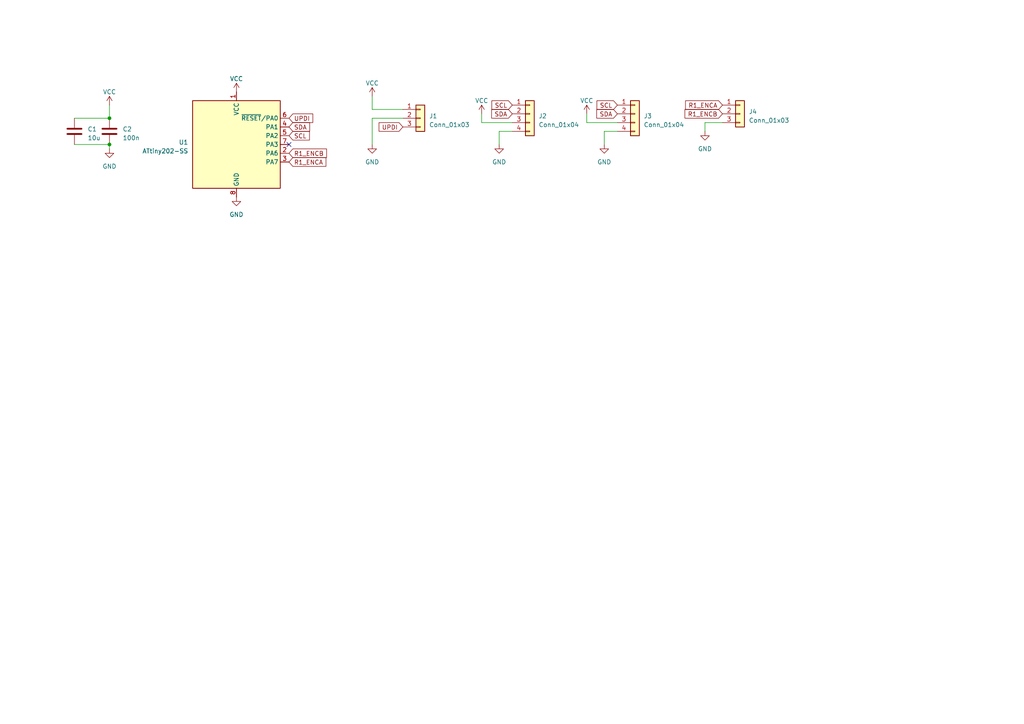
<source format=kicad_sch>
(kicad_sch (version 20230121) (generator eeschema)
  (paper "A4")
  (lib_symbols
    (symbol "Connector_Generic:Conn_01x03" (pin_names (offset 1.016) hide)
      (property "Reference" "J" (at 0 5.08 0))
      (property "Value" "Conn_01x03" (at 0 -5.08 0))
      (symbol "Conn_01x03_1_1"
        (rectangle (start -1.27 -2.413) (end 0 -2.667) (stroke (width 0.1524)))
        (rectangle (start -1.27 0.127) (end 0 -0.127) (stroke (width 0.1524)))
        (rectangle (start -1.27 2.667) (end 0 2.413) (stroke (width 0.1524)))
        (rectangle (start -1.27 3.81) (end 1.27 -3.81) (stroke (width 0.254)) (fill (type background)))
        (pin passive line (at -5.08 2.54 0) (length 3.81) (name "Pin_1") (number "1"))
        (pin passive line (at -5.08 0 0) (length 3.81) (name "Pin_2") (number "2"))
        (pin passive line (at -5.08 -2.54 0) (length 3.81) (name "Pin_3") (number "3"))
      )
    )
    (symbol "Connector_Generic:Conn_01x04" (pin_names (offset 1.016) hide)
      (property "Reference" "J" (at 0 5.08 0))
      (property "Value" "Conn_01x04" (at 0 -7.62 0))
      (symbol "Conn_01x04_1_1"
        (rectangle (start -1.27 -4.953) (end 0 -5.207) (stroke (width 0.1524)))
        (rectangle (start -1.27 -2.413) (end 0 -2.667) (stroke (width 0.1524)))
        (rectangle (start -1.27 0.127) (end 0 -0.127) (stroke (width 0.1524)))
        (rectangle (start -1.27 2.667) (end 0 2.413) (stroke (width 0.1524)))
        (rectangle (start -1.27 3.81) (end 1.27 -6.35) (stroke (width 0.254)) (fill (type background)))
        (pin passive line (at -5.08 2.54 0) (length 3.81) (name "Pin_1") (number "1"))
        (pin passive line (at -5.08 0 0) (length 3.81) (name "Pin_2") (number "2"))
        (pin passive line (at -5.08 -2.54 0) (length 3.81) (name "Pin_3") (number "3"))
        (pin passive line (at -5.08 -5.08 0) (length 3.81) (name "Pin_4") (number "4"))
      )
    )
    (symbol "Device:C" (pin_numbers hide) (pin_names (offset 0.254))
      (property "Reference" "C" (at 0.635 2.54 0))
      (property "Value" "C" (at 0.635 -2.54 0))
      (symbol "C_0_1"
        (polyline (pts (xy -2.032 -0.762) (xy 2.032 -0.762)) (stroke (width 0.508)))
        (polyline (pts (xy -2.032 0.762) (xy 2.032 0.762)) (stroke (width 0.508)))
      )
      (symbol "C_1_1"
        (pin passive line (at 0 3.81 270) (length 2.794) (name "~") (number "1"))
        (pin passive line (at 0 -3.81 90) (length 2.794) (name "~") (number "2"))
      )
    )
    (symbol "MCU_Microchip_ATtiny:ATtiny202-SS"
      (property "Reference" "U" (at -12.7 13.97 0))
      (property "Value" "ATtiny202-SS" (at 2.54 -13.97 0))
      (symbol "ATtiny202-SS_0_1"
        (rectangle (start -12.7 -12.7) (end 12.7 12.7) (stroke (width 0.254)) (fill (type background)))
      )
      (symbol "ATtiny202-SS_1_1"
        (pin power_in line (at 0 15.24 270) (length 2.54) (name "VCC") (number "1"))
        (pin bidirectional line (at 15.24 -2.54 180) (length 2.54) (name "PA6") (number "2"))
        (pin bidirectional line (at 15.24 -5.08 180) (length 2.54) (name "PA7") (number "3"))
        (pin bidirectional line (at 15.24 5.08 180) (length 2.54) (name "PA1") (number "4"))
        (pin bidirectional line (at 15.24 2.54 180) (length 2.54) (name "PA2") (number "5"))
        (pin bidirectional line (at 15.24 7.62 180) (length 2.54) (name "~{RESET}/PA0") (number "6"))
        (pin bidirectional line (at 15.24 0 180) (length 2.54) (name "PA3") (number "7"))
        (pin power_in line (at 0 -15.24 90) (length 2.54) (name "GND") (number "8"))
      )
    )
    (symbol "power:GND" (power) (pin_names (offset 0))
      (property "Value" "GND" (at 0 -3.81 0))
      (symbol "GND_0_1"
        (polyline (pts (xy 0 0) (xy 0 -1.27) (xy 1.27 -1.27) (xy 0 -2.54) (xy -1.27 -1.27) (xy 0 -1.27)))
      )
      (symbol "GND_1_1"
        (pin power_in line (at 0 0 270) (length 0) hide (name "GND") (number "1"))
      )
    )
    (symbol "power:VCC" (power) (pin_names (offset 0))
      (property "Value" "VCC" (at 0 3.81 0))
      (symbol "VCC_0_1"
        (polyline (pts (xy -0.762 1.27) (xy 0 2.54)))
        (polyline (pts (xy 0 0) (xy 0 2.54)))
        (polyline (pts (xy 0 2.54) (xy 0.762 1.27)))
      )
      (symbol "VCC_1_1"
        (pin power_in line (at 0 0 90) (length 0) hide (name "VCC") (number "1"))
      )
    )
  )
  (junction (at 31.75 41.91))
  (junction (at 31.75 34.29))
  (no_connect (at 83.82 41.91))
  (wire (pts (xy 179.07 35.56) (xy 170.18 35.56)))
  (wire (pts (xy 139.7 33.02) (xy 139.7 35.56)))
  (wire (pts (xy 21.59 41.91) (xy 31.75 41.91)))
  (wire (pts (xy 148.59 35.56) (xy 139.7 35.56)))
  (wire (pts (xy 179.07 38.1) (xy 175.26 38.1)))
  (wire (pts (xy 144.78 38.1) (xy 144.78 41.91)))
  (wire (pts (xy 21.59 34.29) (xy 31.75 34.29)))
  (wire (pts (xy 107.95 34.29) (xy 107.95 41.91)))
  (wire (pts (xy 31.75 30.48) (xy 31.75 34.29)))
  (wire (pts (xy 175.26 38.1) (xy 175.26 41.91)))
  (wire (pts (xy 116.84 34.29) (xy 107.95 34.29)))
  (wire (pts (xy 107.95 27.94) (xy 107.95 31.75)))
  (wire (pts (xy 148.59 38.1) (xy 144.78 38.1)))
  (wire (pts (xy 204.47 38.1) (xy 204.47 35.56)))
  (wire (pts (xy 204.47 35.56) (xy 209.55 35.56)))
  (wire (pts (xy 170.18 33.02) (xy 170.18 35.56)))
  (wire (pts (xy 116.84 31.75) (xy 107.95 31.75)))
  (wire (pts (xy 31.75 41.91) (xy 31.75 43.18)))
  (global_label "R1_ENCA" (shape input) (at 209.55 30.48 180) (property "Intersheetrefs" "${INTERSHEET_REFS}" (effects hide)))
  (global_label "UPDI" (shape input) (at 83.82 34.29 0) (property "Intersheetrefs" "${INTERSHEET_REFS}" (effects hide)))
  (global_label "SDA" (shape input) (at 148.59 33.02 180) (property "Intersheetrefs" "${INTERSHEET_REFS}" (effects hide)))
  (global_label "SDA" (shape input) (at 83.82 36.83 0) (property "Intersheetrefs" "${INTERSHEET_REFS}" (effects hide)))
  (global_label "SCL" (shape input) (at 83.82 39.37 0) (property "Intersheetrefs" "${INTERSHEET_REFS}" (effects hide)))
  (global_label "R1_ENCA" (shape input) (at 83.82 46.99 0) (property "Intersheetrefs" "${INTERSHEET_REFS}" (effects hide)))
  (global_label "SCL" (shape input) (at 179.07 30.48 180) (property "Intersheetrefs" "${INTERSHEET_REFS}" (effects hide)))
  (global_label "R1_ENCB" (shape input) (at 209.55 33.02 180) (property "Intersheetrefs" "${INTERSHEET_REFS}" (effects hide)))
  (global_label "R1_ENCB" (shape input) (at 83.82 44.45 0) (property "Intersheetrefs" "${INTERSHEET_REFS}" (effects hide)))
  (global_label "UPDI" (shape input) (at 116.84 36.83 180) (property "Intersheetrefs" "${INTERSHEET_REFS}" (effects hide)))
  (global_label "SDA" (shape input) (at 179.07 33.02 180) (property "Intersheetrefs" "${INTERSHEET_REFS}" (effects hide)))
  (global_label "SCL" (shape input) (at 148.59 30.48 180) (property "Intersheetrefs" "${INTERSHEET_REFS}" (effects hide)))
  (symbol (lib_id "Connector_Generic:Conn_01x04") (at 153.67 33.02 0) (unit 1)
    (property "Reference" "J2" (at 156.21 33.655 0) (effects (justify left)))
    (property "Value" "Conn_01x04" (at 156.21 36.195 0) (effects (justify left)))
    (property "Footprint" "Connector_PinHeader_2.54mm:PinHeader_1x04_P2.54mm_Vertical" (effects hide))
  )
  (symbol (lib_id "power:GND") (at 204.47 38.1 0) (unit 1)
    (property "Reference" "#PWR02" (effects hide))
    (property "Value" "GND" (at 204.47 43.18 0))
  )
  (symbol (lib_id "Connector_Generic:Conn_01x04") (at 184.15 33.02 0) (unit 1)
    (property "Reference" "J3" (at 186.69 33.655 0) (effects (justify left)))
    (property "Value" "Conn_01x04" (at 186.69 36.195 0) (effects (justify left)))
    (property "Footprint" "Connector_PinHeader_2.54mm:PinHeader_1x04_P2.54mm_Vertical" (effects hide))
  )
  (symbol (lib_id "power:GND") (at 68.58 57.15 0) (unit 1)
    (property "Reference" "#PWR01" (effects hide))
    (property "Value" "GND" (at 68.58 62.23 0))
  )
  (symbol (lib_id "power:GND") (at 107.95 41.91 0) (unit 1)
    (property "Reference" "#PWR010" (effects hide))
    (property "Value" "GND" (at 107.95 46.99 0))
  )
  (symbol (lib_id "power:VCC") (at 170.18 33.02 0) (unit 1)
    (property "Reference" "#PWR013" (effects hide))
    (property "Value" "VCC" (at 170.18 29.21 0))
  )
  (symbol (lib_id "power:VCC") (at 31.75 30.48 0) (unit 1)
    (property "Reference" "#PWR07" (effects hide))
    (property "Value" "VCC" (at 31.75 26.67 0))
  )
  (symbol (lib_id "Device:C") (at 21.59 38.1 0) (unit 1)
    (property "Reference" "C1" (at 25.4 37.465 0) (effects (justify left)))
    (property "Value" "10u" (at 25.4 40.005 0) (effects (justify left)))
    (property "Footprint" "Capacitor_SMD:C_0603_1608Metric" (effects hide))
    (property "Field4" "C96446" (effects hide))
  )
  (symbol (lib_id "Device:C") (at 31.75 38.1 0) (unit 1)
    (property "Reference" "C2" (at 35.56 37.465 0) (effects (justify left)))
    (property "Value" "100n" (at 35.56 40.005 0) (effects (justify left)))
    (property "Footprint" "Capacitor_SMD:C_0603_1608Metric" (effects hide))
    (property "Field4" "C21120" (effects hide))
  )
  (symbol (lib_id "Connector_Generic:Conn_01x03") (at 214.63 33.02 0) (unit 1)
    (property "Reference" "J4" (at 217.17 32.385 0) (effects (justify left)))
    (property "Value" "Conn_01x03" (at 217.17 34.925 0) (effects (justify left)))
    (property "Footprint" "Connector_PinHeader_2.54mm:PinHeader_1x03_P2.54mm_Vertical" (effects hide))
  )
  (symbol (lib_id "power:VCC") (at 107.95 27.94 0) (unit 1)
    (property "Reference" "#PWR09" (effects hide))
    (property "Value" "VCC" (at 107.95 24.13 0))
  )
  (symbol (lib_id "power:VCC") (at 139.7 33.02 0) (unit 1)
    (property "Reference" "#PWR011" (effects hide))
    (property "Value" "VCC" (at 139.7 29.21 0))
  )
  (symbol (lib_id "Connector_Generic:Conn_01x03") (at 121.92 34.29 0) (unit 1)
    (property "Reference" "J1" (at 124.46 33.655 0) (effects (justify left)))
    (property "Value" "Conn_01x03" (at 124.46 36.195 0) (effects (justify left)))
    (property "Footprint" "Connector_PinHeader_2.54mm:PinHeader_1x03_P2.54mm_Vertical" (effects hide))
  )
  (symbol (lib_id "power:GND") (at 175.26 41.91 0) (unit 1)
    (property "Reference" "#PWR014" (effects hide))
    (property "Value" "GND" (at 175.26 46.99 0))
  )
  (symbol (lib_id "power:VCC") (at 68.58 26.67 0) (unit 1)
    (property "Reference" "#PWR04" (effects hide))
    (property "Value" "VCC" (at 68.58 22.86 0))
  )
  (symbol (lib_id "MCU_Microchip_ATtiny:ATtiny202-SS") (at 68.58 41.91 0) (unit 1)
    (property "Reference" "U1" (at 54.61 41.275 0) (effects (justify right)))
    (property "Value" "ATtiny202-SS" (at 54.61 43.815 0) (effects (justify right)))
    (property "Footprint" "Package_SO:SOIC-8_3.9x4.9mm_P1.27mm" (effects hide))
    (property "Datasheet" "http://ww1.microchip.com/downloads/en/DeviceDoc/ATtiny202-402-AVR-MCU-with-Core-Independent-Peripherals_and-picoPower-40001969A.pdf" (effects hide))
    (property "Field4" "C2052951" (effects hide))
  )
  (symbol (lib_id "power:GND") (at 144.78 41.91 0) (unit 1)
    (property "Reference" "#PWR012" (effects hide))
    (property "Value" "GND" (at 144.78 46.99 0))
  )
  (symbol (lib_id "power:GND") (at 31.75 43.18 0) (unit 1)
    (property "Reference" "#PWR08" (effects hide))
    (property "Value" "GND" (at 31.75 48.26 0))
  )
)
</source>
